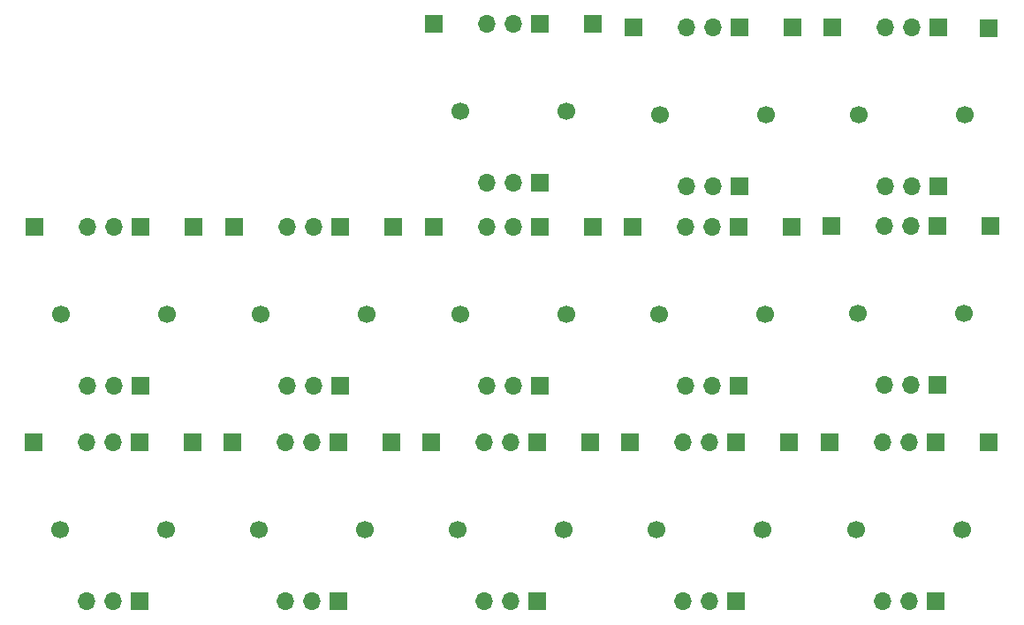
<source format=gbr>
%TF.GenerationSoftware,KiCad,Pcbnew,(7.0.0-0)*%
%TF.CreationDate,2023-03-27T22:21:21-05:00*%
%TF.ProjectId,he-sensor-breakout,68652d73-656e-4736-9f72-2d627265616b,rev?*%
%TF.SameCoordinates,Original*%
%TF.FileFunction,Soldermask,Top*%
%TF.FilePolarity,Negative*%
%FSLAX46Y46*%
G04 Gerber Fmt 4.6, Leading zero omitted, Abs format (unit mm)*
G04 Created by KiCad (PCBNEW (7.0.0-0)) date 2023-03-27 22:21:21*
%MOMM*%
%LPD*%
G01*
G04 APERTURE LIST*
%ADD10C,1.700000*%
%ADD11R,1.700000X1.700000*%
%ADD12O,1.700000X1.700000*%
G04 APERTURE END LIST*
D10*
%TO.C,SW*%
X86104600Y-76111549D03*
X75944600Y-76111549D03*
%TD*%
%TO.C,SW*%
X143470000Y-76138750D03*
X133310000Y-76138750D03*
%TD*%
%TO.C,SW*%
X143209600Y-96810000D03*
X133049600Y-96810000D03*
%TD*%
%TO.C,SW*%
X124344000Y-76129299D03*
X114184000Y-76129299D03*
%TD*%
%TO.C,SW*%
X124388242Y-56665417D03*
X114228242Y-56665417D03*
%TD*%
%TO.C,SW*%
X105280000Y-76128750D03*
X95120000Y-76128750D03*
%TD*%
%TO.C,SW*%
X85994600Y-96775000D03*
X75834600Y-96775000D03*
%TD*%
%TO.C,SW*%
X143496142Y-56984917D03*
X133336142Y-56984917D03*
%TD*%
%TO.C,SW*%
X162604242Y-56997667D03*
X152444242Y-56997667D03*
%TD*%
%TO.C,SW*%
X162350000Y-96820000D03*
X152190000Y-96820000D03*
%TD*%
%TO.C,SW*%
X105089600Y-96795000D03*
X94929600Y-96795000D03*
%TD*%
%TO.C,SW*%
X162519000Y-76054299D03*
X152359000Y-76054299D03*
%TD*%
%TO.C,SW*%
X124114600Y-96790000D03*
X113954600Y-96790000D03*
%TD*%
D11*
%TO.C,STB3*%
X83564599Y-82937798D03*
D12*
X81024599Y-82937798D03*
X78484599Y-82937798D03*
%TD*%
D11*
%TO.C,STB1*%
X130769999Y-67724999D03*
%TD*%
%TO.C,STB1*%
X149904241Y-48583916D03*
%TD*%
%TO.C,STB2*%
X126654599Y-88376249D03*
%TD*%
%TO.C,STB2*%
X107819999Y-67714999D03*
%TD*%
%TO.C,J1*%
X102549599Y-88381249D03*
D12*
X100009599Y-88381249D03*
X97469599Y-88381249D03*
%TD*%
D11*
%TO.C,STB3*%
X159809999Y-103646249D03*
D12*
X157269999Y-103646249D03*
X154729999Y-103646249D03*
%TD*%
D11*
%TO.C,STB1*%
X130796141Y-48571166D03*
%TD*%
%TO.C,STB3*%
X140956141Y-63811166D03*
D12*
X138416141Y-63811166D03*
X135876141Y-63811166D03*
%TD*%
D11*
%TO.C,STB1*%
X92389599Y-88381249D03*
%TD*%
%TO.C,STB1*%
X149818999Y-67640548D03*
%TD*%
%TO.C,STB3*%
X160064241Y-63823916D03*
D12*
X157524241Y-63823916D03*
X154984241Y-63823916D03*
%TD*%
D11*
%TO.C,J1*%
X140929999Y-67724999D03*
D12*
X138389999Y-67724999D03*
X135849999Y-67724999D03*
%TD*%
D11*
%TO.C,J1*%
X159809999Y-88406249D03*
D12*
X157269999Y-88406249D03*
X154729999Y-88406249D03*
%TD*%
D11*
%TO.C,STB3*%
X102549599Y-103621249D03*
D12*
X100009599Y-103621249D03*
X97469599Y-103621249D03*
%TD*%
D11*
%TO.C,STB1*%
X111688241Y-48251666D03*
%TD*%
%TO.C,STB2*%
X126928241Y-48251666D03*
%TD*%
%TO.C,STB1*%
X111414599Y-88376249D03*
%TD*%
%TO.C,J1*%
X102739999Y-67714999D03*
D12*
X100199999Y-67714999D03*
X97659999Y-67714999D03*
%TD*%
D11*
%TO.C,STB2*%
X146036141Y-48571166D03*
%TD*%
%TO.C,STB1*%
X92579999Y-67714999D03*
%TD*%
%TO.C,STB3*%
X140929999Y-82964999D03*
D12*
X138389999Y-82964999D03*
X135849999Y-82964999D03*
%TD*%
D11*
%TO.C,J1*%
X121803999Y-67715548D03*
D12*
X119263999Y-67715548D03*
X116723999Y-67715548D03*
%TD*%
D11*
%TO.C,STB3*%
X121848241Y-63491666D03*
D12*
X119308241Y-63491666D03*
X116768241Y-63491666D03*
%TD*%
D11*
%TO.C,STB1*%
X130509599Y-88396249D03*
%TD*%
%TO.C,STB3*%
X83454599Y-103601249D03*
D12*
X80914599Y-103601249D03*
X78374599Y-103601249D03*
%TD*%
D11*
%TO.C,STB1*%
X73294599Y-88361249D03*
%TD*%
%TO.C,J1*%
X160064241Y-48583916D03*
D12*
X157524241Y-48583916D03*
X154984241Y-48583916D03*
%TD*%
D11*
%TO.C,J1*%
X159978999Y-67640548D03*
D12*
X157438999Y-67640548D03*
X154898999Y-67640548D03*
%TD*%
D11*
%TO.C,STB2*%
X88534599Y-88361249D03*
%TD*%
%TO.C,STB2*%
X107629599Y-88381249D03*
%TD*%
%TO.C,J1*%
X83564599Y-67697798D03*
D12*
X81024599Y-67697798D03*
X78484599Y-67697798D03*
%TD*%
D11*
%TO.C,STB3*%
X102739999Y-82954999D03*
D12*
X100199999Y-82954999D03*
X97659999Y-82954999D03*
%TD*%
D11*
%TO.C,STB2*%
X165058999Y-67640548D03*
%TD*%
%TO.C,STB1*%
X73404599Y-67697798D03*
%TD*%
%TO.C,STB2*%
X164889999Y-88406249D03*
%TD*%
%TO.C,J1*%
X83454599Y-88361249D03*
D12*
X80914599Y-88361249D03*
X78374599Y-88361249D03*
%TD*%
D11*
%TO.C,STB1*%
X149649999Y-88406249D03*
%TD*%
%TO.C,STB3*%
X140669599Y-103636249D03*
D12*
X138129599Y-103636249D03*
X135589599Y-103636249D03*
%TD*%
D11*
%TO.C,STB2*%
X146009999Y-67724999D03*
%TD*%
%TO.C,STB2*%
X145749599Y-88396249D03*
%TD*%
%TO.C,STB2*%
X126883999Y-67715548D03*
%TD*%
%TO.C,STB2*%
X164874999Y-48674999D03*
%TD*%
%TO.C,J1*%
X140669599Y-88396249D03*
D12*
X138129599Y-88396249D03*
X135589599Y-88396249D03*
%TD*%
D11*
%TO.C,STB3*%
X159978999Y-82880548D03*
D12*
X157438999Y-82880548D03*
X154898999Y-82880548D03*
%TD*%
D11*
%TO.C,J1*%
X121848241Y-48251666D03*
D12*
X119308241Y-48251666D03*
X116768241Y-48251666D03*
%TD*%
D11*
%TO.C,J1*%
X140956141Y-48571166D03*
D12*
X138416141Y-48571166D03*
X135876141Y-48571166D03*
%TD*%
D11*
%TO.C,STB3*%
X121803999Y-82955548D03*
D12*
X119263999Y-82955548D03*
X116723999Y-82955548D03*
%TD*%
D11*
%TO.C,J1*%
X121574599Y-88376249D03*
D12*
X119034599Y-88376249D03*
X116494599Y-88376249D03*
%TD*%
D11*
%TO.C,STB2*%
X88644599Y-67697798D03*
%TD*%
%TO.C,STB3*%
X121574599Y-103616249D03*
D12*
X119034599Y-103616249D03*
X116494599Y-103616249D03*
%TD*%
D11*
%TO.C,STB1*%
X111643999Y-67715548D03*
%TD*%
M02*

</source>
